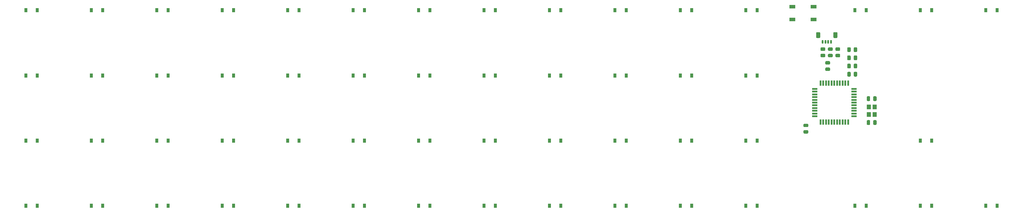
<source format=gbr>
%TF.GenerationSoftware,KiCad,Pcbnew,(5.1.6-0-10_14)*%
%TF.CreationDate,2020-10-13T20:32:31+01:00*%
%TF.ProjectId,Lil-Cheat,4c696c2d-4368-4656-9174-2e6b69636164,rev?*%
%TF.SameCoordinates,Original*%
%TF.FileFunction,Paste,Bot*%
%TF.FilePolarity,Positive*%
%FSLAX46Y46*%
G04 Gerber Fmt 4.6, Leading zero omitted, Abs format (unit mm)*
G04 Created by KiCad (PCBNEW (5.1.6-0-10_14)) date 2020-10-13 20:32:31*
%MOMM*%
%LPD*%
G01*
G04 APERTURE LIST*
%ADD10R,0.900000X1.200000*%
%ADD11R,1.800000X1.100000*%
%ADD12R,0.550000X1.500000*%
%ADD13R,1.500000X0.550000*%
%ADD14R,1.200000X1.400000*%
G04 APERTURE END LIST*
%TO.C,C1*%
G36*
G01*
X254264100Y-105218550D02*
X254264100Y-104306050D01*
G75*
G02*
X254507850Y-104062300I243750J0D01*
G01*
X254995350Y-104062300D01*
G75*
G02*
X255239100Y-104306050I0J-243750D01*
G01*
X255239100Y-105218550D01*
G75*
G02*
X254995350Y-105462300I-243750J0D01*
G01*
X254507850Y-105462300D01*
G75*
G02*
X254264100Y-105218550I0J243750D01*
G01*
G37*
G36*
G01*
X256139100Y-105218550D02*
X256139100Y-104306050D01*
G75*
G02*
X256382850Y-104062300I243750J0D01*
G01*
X256870350Y-104062300D01*
G75*
G02*
X257114100Y-104306050I0J-243750D01*
G01*
X257114100Y-105218550D01*
G75*
G02*
X256870350Y-105462300I-243750J0D01*
G01*
X256382850Y-105462300D01*
G75*
G02*
X256139100Y-105218550I0J243750D01*
G01*
G37*
%TD*%
%TO.C,C2*%
G36*
G01*
X256139100Y-112178150D02*
X256139100Y-111265650D01*
G75*
G02*
X256382850Y-111021900I243750J0D01*
G01*
X256870350Y-111021900D01*
G75*
G02*
X257114100Y-111265650I0J-243750D01*
G01*
X257114100Y-112178150D01*
G75*
G02*
X256870350Y-112421900I-243750J0D01*
G01*
X256382850Y-112421900D01*
G75*
G02*
X256139100Y-112178150I0J243750D01*
G01*
G37*
G36*
G01*
X254264100Y-112178150D02*
X254264100Y-111265650D01*
G75*
G02*
X254507850Y-111021900I243750J0D01*
G01*
X254995350Y-111021900D01*
G75*
G02*
X255239100Y-111265650I0J-243750D01*
G01*
X255239100Y-112178150D01*
G75*
G02*
X254995350Y-112421900I-243750J0D01*
G01*
X254507850Y-112421900D01*
G75*
G02*
X254264100Y-112178150I0J243750D01*
G01*
G37*
%TD*%
%TO.C,C3*%
G36*
G01*
X242431250Y-95700000D02*
X243343750Y-95700000D01*
G75*
G02*
X243587500Y-95943750I0J-243750D01*
G01*
X243587500Y-96431250D01*
G75*
G02*
X243343750Y-96675000I-243750J0D01*
G01*
X242431250Y-96675000D01*
G75*
G02*
X242187500Y-96431250I0J243750D01*
G01*
X242187500Y-95943750D01*
G75*
G02*
X242431250Y-95700000I243750J0D01*
G01*
G37*
G36*
G01*
X242431250Y-93825000D02*
X243343750Y-93825000D01*
G75*
G02*
X243587500Y-94068750I0J-243750D01*
G01*
X243587500Y-94556250D01*
G75*
G02*
X243343750Y-94800000I-243750J0D01*
G01*
X242431250Y-94800000D01*
G75*
G02*
X242187500Y-94556250I0J243750D01*
G01*
X242187500Y-94068750D01*
G75*
G02*
X242431250Y-93825000I243750J0D01*
G01*
G37*
%TD*%
%TO.C,C4*%
G36*
G01*
X249581250Y-94793750D02*
X249581250Y-95706250D01*
G75*
G02*
X249337500Y-95950000I-243750J0D01*
G01*
X248850000Y-95950000D01*
G75*
G02*
X248606250Y-95706250I0J243750D01*
G01*
X248606250Y-94793750D01*
G75*
G02*
X248850000Y-94550000I243750J0D01*
G01*
X249337500Y-94550000D01*
G75*
G02*
X249581250Y-94793750I0J-243750D01*
G01*
G37*
G36*
G01*
X251456250Y-94793750D02*
X251456250Y-95706250D01*
G75*
G02*
X251212500Y-95950000I-243750J0D01*
G01*
X250725000Y-95950000D01*
G75*
G02*
X250481250Y-95706250I0J243750D01*
G01*
X250481250Y-94793750D01*
G75*
G02*
X250725000Y-94550000I243750J0D01*
G01*
X251212500Y-94550000D01*
G75*
G02*
X251456250Y-94793750I0J-243750D01*
G01*
G37*
%TD*%
%TO.C,C5*%
G36*
G01*
X251456250Y-97175000D02*
X251456250Y-98087500D01*
G75*
G02*
X251212500Y-98331250I-243750J0D01*
G01*
X250725000Y-98331250D01*
G75*
G02*
X250481250Y-98087500I0J243750D01*
G01*
X250481250Y-97175000D01*
G75*
G02*
X250725000Y-96931250I243750J0D01*
G01*
X251212500Y-96931250D01*
G75*
G02*
X251456250Y-97175000I0J-243750D01*
G01*
G37*
G36*
G01*
X249581250Y-97175000D02*
X249581250Y-98087500D01*
G75*
G02*
X249337500Y-98331250I-243750J0D01*
G01*
X248850000Y-98331250D01*
G75*
G02*
X248606250Y-98087500I0J243750D01*
G01*
X248606250Y-97175000D01*
G75*
G02*
X248850000Y-96931250I243750J0D01*
G01*
X249337500Y-96931250D01*
G75*
G02*
X249581250Y-97175000I0J-243750D01*
G01*
G37*
%TD*%
%TO.C,C6*%
G36*
G01*
X251456250Y-92412500D02*
X251456250Y-93325000D01*
G75*
G02*
X251212500Y-93568750I-243750J0D01*
G01*
X250725000Y-93568750D01*
G75*
G02*
X250481250Y-93325000I0J243750D01*
G01*
X250481250Y-92412500D01*
G75*
G02*
X250725000Y-92168750I243750J0D01*
G01*
X251212500Y-92168750D01*
G75*
G02*
X251456250Y-92412500I0J-243750D01*
G01*
G37*
G36*
G01*
X249581250Y-92412500D02*
X249581250Y-93325000D01*
G75*
G02*
X249337500Y-93568750I-243750J0D01*
G01*
X248850000Y-93568750D01*
G75*
G02*
X248606250Y-93325000I0J243750D01*
G01*
X248606250Y-92412500D01*
G75*
G02*
X248850000Y-92168750I243750J0D01*
G01*
X249337500Y-92168750D01*
G75*
G02*
X249581250Y-92412500I0J-243750D01*
G01*
G37*
%TD*%
%TO.C,C7*%
G36*
G01*
X249581250Y-90031250D02*
X249581250Y-90943750D01*
G75*
G02*
X249337500Y-91187500I-243750J0D01*
G01*
X248850000Y-91187500D01*
G75*
G02*
X248606250Y-90943750I0J243750D01*
G01*
X248606250Y-90031250D01*
G75*
G02*
X248850000Y-89787500I243750J0D01*
G01*
X249337500Y-89787500D01*
G75*
G02*
X249581250Y-90031250I0J-243750D01*
G01*
G37*
G36*
G01*
X251456250Y-90031250D02*
X251456250Y-90943750D01*
G75*
G02*
X251212500Y-91187500I-243750J0D01*
G01*
X250725000Y-91187500D01*
G75*
G02*
X250481250Y-90943750I0J243750D01*
G01*
X250481250Y-90031250D01*
G75*
G02*
X250725000Y-89787500I243750J0D01*
G01*
X251212500Y-89787500D01*
G75*
G02*
X251456250Y-90031250I0J-243750D01*
G01*
G37*
%TD*%
D10*
%TO.C,D1*%
X9510000Y-79000000D03*
X12810000Y-79000000D03*
%TD*%
%TO.C,D2*%
X12810000Y-98000000D03*
X9510000Y-98000000D03*
%TD*%
%TO.C,D3*%
X12810000Y-117000000D03*
X9510000Y-117000000D03*
%TD*%
%TO.C,D4*%
X9510000Y-136000000D03*
X12810000Y-136000000D03*
%TD*%
%TO.C,D5*%
X28560000Y-79000000D03*
X31860000Y-79000000D03*
%TD*%
%TO.C,D6*%
X31860000Y-98000000D03*
X28560000Y-98000000D03*
%TD*%
%TO.C,D7*%
X31860000Y-117000000D03*
X28560000Y-117000000D03*
%TD*%
%TO.C,D8*%
X28560000Y-136000000D03*
X31860000Y-136000000D03*
%TD*%
%TO.C,D9*%
X47610000Y-79000000D03*
X50910000Y-79000000D03*
%TD*%
%TO.C,D10*%
X50910000Y-98000000D03*
X47610000Y-98000000D03*
%TD*%
%TO.C,D11*%
X50910000Y-117000000D03*
X47610000Y-117000000D03*
%TD*%
%TO.C,D12*%
X47610000Y-136000000D03*
X50910000Y-136000000D03*
%TD*%
%TO.C,D13*%
X69960000Y-79000000D03*
X66660000Y-79000000D03*
%TD*%
%TO.C,D14*%
X69960000Y-98000000D03*
X66660000Y-98000000D03*
%TD*%
%TO.C,D15*%
X69960000Y-117000000D03*
X66660000Y-117000000D03*
%TD*%
%TO.C,D16*%
X66660000Y-136000000D03*
X69960000Y-136000000D03*
%TD*%
%TO.C,D17*%
X89010000Y-79000000D03*
X85710000Y-79000000D03*
%TD*%
%TO.C,D18*%
X89010000Y-98000000D03*
X85710000Y-98000000D03*
%TD*%
%TO.C,D19*%
X89010000Y-117000000D03*
X85710000Y-117000000D03*
%TD*%
%TO.C,D20*%
X85710000Y-136000000D03*
X89010000Y-136000000D03*
%TD*%
%TO.C,D21*%
X108060000Y-79000000D03*
X104760000Y-79000000D03*
%TD*%
%TO.C,D22*%
X108060000Y-98000000D03*
X104760000Y-98000000D03*
%TD*%
%TO.C,D23*%
X108060000Y-117000000D03*
X104760000Y-117000000D03*
%TD*%
%TO.C,D24*%
X104760000Y-136000000D03*
X108060000Y-136000000D03*
%TD*%
%TO.C,D25*%
X127110000Y-79000000D03*
X123810000Y-79000000D03*
%TD*%
%TO.C,D26*%
X127110000Y-98000000D03*
X123810000Y-98000000D03*
%TD*%
%TO.C,D27*%
X127110000Y-117000000D03*
X123810000Y-117000000D03*
%TD*%
%TO.C,D28*%
X123810000Y-136000000D03*
X127110000Y-136000000D03*
%TD*%
%TO.C,D29*%
X142860000Y-79000000D03*
X146160000Y-79000000D03*
%TD*%
%TO.C,D30*%
X146160000Y-98000000D03*
X142860000Y-98000000D03*
%TD*%
%TO.C,D31*%
X142860000Y-117000000D03*
X146160000Y-117000000D03*
%TD*%
%TO.C,D32*%
X142860000Y-136000000D03*
X146160000Y-136000000D03*
%TD*%
%TO.C,D33*%
X165210000Y-79000000D03*
X161910000Y-79000000D03*
%TD*%
%TO.C,D34*%
X165210000Y-98000000D03*
X161910000Y-98000000D03*
%TD*%
%TO.C,D35*%
X165210000Y-117000000D03*
X161910000Y-117000000D03*
%TD*%
%TO.C,D36*%
X161910000Y-136000000D03*
X165210000Y-136000000D03*
%TD*%
%TO.C,D37*%
X180960000Y-79000000D03*
X184260000Y-79000000D03*
%TD*%
%TO.C,D38*%
X184260000Y-98000000D03*
X180960000Y-98000000D03*
%TD*%
%TO.C,D39*%
X180960000Y-117000000D03*
X184260000Y-117000000D03*
%TD*%
%TO.C,D40*%
X180960000Y-136000000D03*
X184260000Y-136000000D03*
%TD*%
%TO.C,D41*%
X203310000Y-79000000D03*
X200010000Y-79000000D03*
%TD*%
%TO.C,D42*%
X203310000Y-98000000D03*
X200010000Y-98000000D03*
%TD*%
%TO.C,D43*%
X200010000Y-117000000D03*
X203310000Y-117000000D03*
%TD*%
%TO.C,D44*%
X200010000Y-136000000D03*
X203310000Y-136000000D03*
%TD*%
%TO.C,D45*%
X222360000Y-79000000D03*
X219060000Y-79000000D03*
%TD*%
%TO.C,D46*%
X222360000Y-98000000D03*
X219060000Y-98000000D03*
%TD*%
%TO.C,D47*%
X219060000Y-117000000D03*
X222360000Y-117000000D03*
%TD*%
%TO.C,D48*%
X219060000Y-136000000D03*
X222360000Y-136000000D03*
%TD*%
%TO.C,D49*%
X250810000Y-79000000D03*
X254110000Y-79000000D03*
%TD*%
%TO.C,D50*%
X250810000Y-136000000D03*
X254110000Y-136000000D03*
%TD*%
%TO.C,D51*%
X269860000Y-79000000D03*
X273160000Y-79000000D03*
%TD*%
%TO.C,D52*%
X269860000Y-117000000D03*
X273160000Y-117000000D03*
%TD*%
%TO.C,D53*%
X269860000Y-136000000D03*
X273160000Y-136000000D03*
%TD*%
%TO.C,D54*%
X288910000Y-79000000D03*
X292210000Y-79000000D03*
%TD*%
%TO.C,D55*%
X288910000Y-136000000D03*
X292210000Y-136000000D03*
%TD*%
%TO.C,R1*%
G36*
G01*
X246283800Y-92693550D02*
X245371300Y-92693550D01*
G75*
G02*
X245127550Y-92449800I0J243750D01*
G01*
X245127550Y-91962300D01*
G75*
G02*
X245371300Y-91718550I243750J0D01*
G01*
X246283800Y-91718550D01*
G75*
G02*
X246527550Y-91962300I0J-243750D01*
G01*
X246527550Y-92449800D01*
G75*
G02*
X246283800Y-92693550I-243750J0D01*
G01*
G37*
G36*
G01*
X246283800Y-90818550D02*
X245371300Y-90818550D01*
G75*
G02*
X245127550Y-90574800I0J243750D01*
G01*
X245127550Y-90087300D01*
G75*
G02*
X245371300Y-89843550I243750J0D01*
G01*
X246283800Y-89843550D01*
G75*
G02*
X246527550Y-90087300I0J-243750D01*
G01*
X246527550Y-90574800D01*
G75*
G02*
X246283800Y-90818550I-243750J0D01*
G01*
G37*
%TD*%
%TO.C,R2*%
G36*
G01*
X244124800Y-90816250D02*
X243212300Y-90816250D01*
G75*
G02*
X242968550Y-90572500I0J243750D01*
G01*
X242968550Y-90085000D01*
G75*
G02*
X243212300Y-89841250I243750J0D01*
G01*
X244124800Y-89841250D01*
G75*
G02*
X244368550Y-90085000I0J-243750D01*
G01*
X244368550Y-90572500D01*
G75*
G02*
X244124800Y-90816250I-243750J0D01*
G01*
G37*
G36*
G01*
X244124800Y-92691250D02*
X243212300Y-92691250D01*
G75*
G02*
X242968550Y-92447500I0J243750D01*
G01*
X242968550Y-91960000D01*
G75*
G02*
X243212300Y-91716250I243750J0D01*
G01*
X244124800Y-91716250D01*
G75*
G02*
X244368550Y-91960000I0J-243750D01*
G01*
X244368550Y-92447500D01*
G75*
G02*
X244124800Y-92691250I-243750J0D01*
G01*
G37*
%TD*%
%TO.C,R3*%
G36*
G01*
X241034250Y-91699500D02*
X241946750Y-91699500D01*
G75*
G02*
X242190500Y-91943250I0J-243750D01*
G01*
X242190500Y-92430750D01*
G75*
G02*
X241946750Y-92674500I-243750J0D01*
G01*
X241034250Y-92674500D01*
G75*
G02*
X240790500Y-92430750I0J243750D01*
G01*
X240790500Y-91943250D01*
G75*
G02*
X241034250Y-91699500I243750J0D01*
G01*
G37*
G36*
G01*
X241034250Y-89824500D02*
X241946750Y-89824500D01*
G75*
G02*
X242190500Y-90068250I0J-243750D01*
G01*
X242190500Y-90555750D01*
G75*
G02*
X241946750Y-90799500I-243750J0D01*
G01*
X241034250Y-90799500D01*
G75*
G02*
X240790500Y-90555750I0J243750D01*
G01*
X240790500Y-90068250D01*
G75*
G02*
X241034250Y-89824500I243750J0D01*
G01*
G37*
%TD*%
%TO.C,R4*%
G36*
G01*
X236993750Y-114931250D02*
X236081250Y-114931250D01*
G75*
G02*
X235837500Y-114687500I0J243750D01*
G01*
X235837500Y-114200000D01*
G75*
G02*
X236081250Y-113956250I243750J0D01*
G01*
X236993750Y-113956250D01*
G75*
G02*
X237237500Y-114200000I0J-243750D01*
G01*
X237237500Y-114687500D01*
G75*
G02*
X236993750Y-114931250I-243750J0D01*
G01*
G37*
G36*
G01*
X236993750Y-113056250D02*
X236081250Y-113056250D01*
G75*
G02*
X235837500Y-112812500I0J243750D01*
G01*
X235837500Y-112325000D01*
G75*
G02*
X236081250Y-112081250I243750J0D01*
G01*
X236993750Y-112081250D01*
G75*
G02*
X237237500Y-112325000I0J-243750D01*
G01*
X237237500Y-112812500D01*
G75*
G02*
X236993750Y-113056250I-243750J0D01*
G01*
G37*
%TD*%
D11*
%TO.C,SW1*%
X238812000Y-78007600D03*
X232612000Y-81707600D03*
X238812000Y-81707600D03*
X232612000Y-78007600D03*
%TD*%
D12*
%TO.C,U1*%
X248817900Y-111605300D03*
X248017900Y-111605300D03*
X247217900Y-111605300D03*
X246417900Y-111605300D03*
X245617900Y-111605300D03*
X244817900Y-111605300D03*
X244017900Y-111605300D03*
X243217900Y-111605300D03*
X242417900Y-111605300D03*
X241617900Y-111605300D03*
X240817900Y-111605300D03*
D13*
X239117900Y-109905300D03*
X239117900Y-109105300D03*
X239117900Y-108305300D03*
X239117900Y-107505300D03*
X239117900Y-106705300D03*
X239117900Y-105905300D03*
X239117900Y-105105300D03*
X239117900Y-104305300D03*
X239117900Y-103505300D03*
X239117900Y-102705300D03*
X239117900Y-101905300D03*
D12*
X240817900Y-100205300D03*
X241617900Y-100205300D03*
X242417900Y-100205300D03*
X243217900Y-100205300D03*
X244017900Y-100205300D03*
X244817900Y-100205300D03*
X245617900Y-100205300D03*
X246417900Y-100205300D03*
X247217900Y-100205300D03*
X248017900Y-100205300D03*
X248817900Y-100205300D03*
D13*
X250517900Y-101905300D03*
X250517900Y-102705300D03*
X250517900Y-103505300D03*
X250517900Y-104305300D03*
X250517900Y-105105300D03*
X250517900Y-105905300D03*
X250517900Y-106705300D03*
X250517900Y-107505300D03*
X250517900Y-108305300D03*
X250517900Y-109105300D03*
X250517900Y-109905300D03*
%TD*%
D14*
%TO.C,Y1*%
X254839100Y-107167500D03*
X254839100Y-109367500D03*
X256539100Y-109367500D03*
X256539100Y-107167500D03*
%TD*%
%TO.C,J1*%
G36*
G01*
X241183500Y-88583500D02*
X241183500Y-87833500D01*
G75*
G02*
X241308500Y-87708500I125000J0D01*
G01*
X241558500Y-87708500D01*
G75*
G02*
X241683500Y-87833500I0J-125000D01*
G01*
X241683500Y-88583500D01*
G75*
G02*
X241558500Y-88708500I-125000J0D01*
G01*
X241308500Y-88708500D01*
G75*
G02*
X241183500Y-88583500I0J125000D01*
G01*
G37*
G36*
G01*
X241983500Y-88583500D02*
X241983500Y-87833500D01*
G75*
G02*
X242108500Y-87708500I125000J0D01*
G01*
X242358500Y-87708500D01*
G75*
G02*
X242483500Y-87833500I0J-125000D01*
G01*
X242483500Y-88583500D01*
G75*
G02*
X242358500Y-88708500I-125000J0D01*
G01*
X242108500Y-88708500D01*
G75*
G02*
X241983500Y-88583500I0J125000D01*
G01*
G37*
G36*
G01*
X242783500Y-88583500D02*
X242783500Y-87833500D01*
G75*
G02*
X242908500Y-87708500I125000J0D01*
G01*
X243158500Y-87708500D01*
G75*
G02*
X243283500Y-87833500I0J-125000D01*
G01*
X243283500Y-88583500D01*
G75*
G02*
X243158500Y-88708500I-125000J0D01*
G01*
X242908500Y-88708500D01*
G75*
G02*
X242783500Y-88583500I0J125000D01*
G01*
G37*
G36*
G01*
X243583500Y-88583500D02*
X243583500Y-87833500D01*
G75*
G02*
X243708500Y-87708500I125000J0D01*
G01*
X243958500Y-87708500D01*
G75*
G02*
X244083500Y-87833500I0J-125000D01*
G01*
X244083500Y-88583500D01*
G75*
G02*
X243958500Y-88708500I-125000J0D01*
G01*
X243708500Y-88708500D01*
G75*
G02*
X243583500Y-88583500I0J125000D01*
G01*
G37*
G36*
G01*
X239533500Y-86858501D02*
X239533500Y-85658499D01*
G75*
G02*
X239783499Y-85408500I249999J0D01*
G01*
X240483501Y-85408500D01*
G75*
G02*
X240733500Y-85658499I0J-249999D01*
G01*
X240733500Y-86858501D01*
G75*
G02*
X240483501Y-87108500I-249999J0D01*
G01*
X239783499Y-87108500D01*
G75*
G02*
X239533500Y-86858501I0J249999D01*
G01*
G37*
G36*
G01*
X244533500Y-86858501D02*
X244533500Y-85658499D01*
G75*
G02*
X244783499Y-85408500I249999J0D01*
G01*
X245483501Y-85408500D01*
G75*
G02*
X245733500Y-85658499I0J-249999D01*
G01*
X245733500Y-86858501D01*
G75*
G02*
X245483501Y-87108500I-249999J0D01*
G01*
X244783499Y-87108500D01*
G75*
G02*
X244533500Y-86858501I0J249999D01*
G01*
G37*
%TD*%
M02*

</source>
